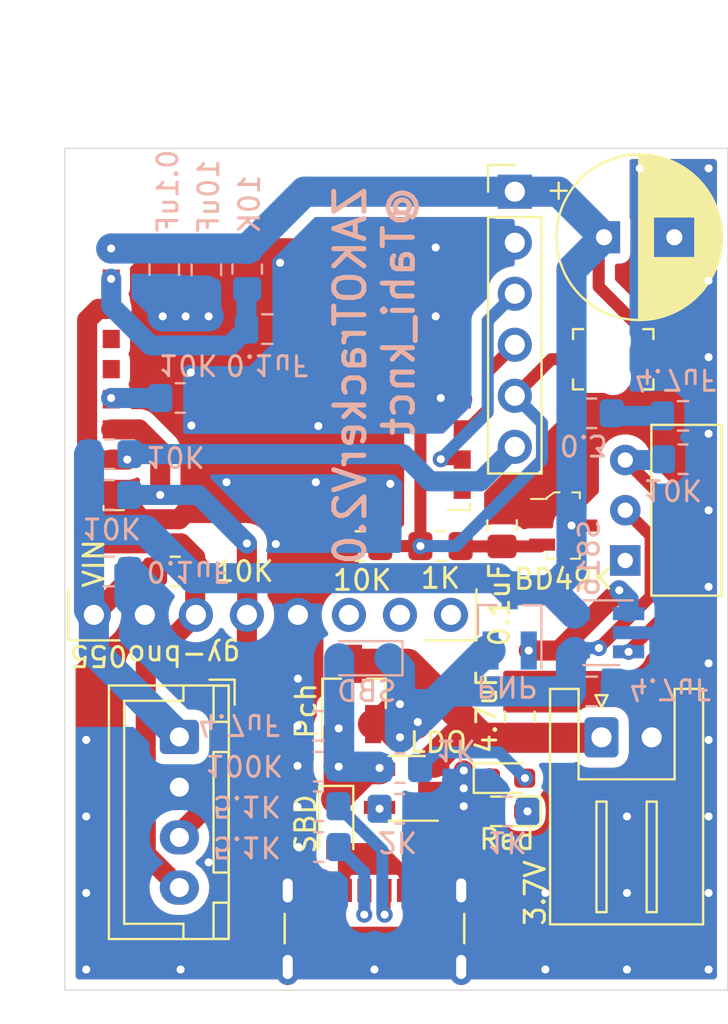
<source format=kicad_pcb>
(kicad_pcb (version 20171130) (host pcbnew "(5.1.10)-1")
  (layers (0 F.Cu signal) (31 B.Cu signal) (34 B.Paste user) (35 F.Paste user) (36 B.SilkS user) (37 F.SilkS user) (38 B.Mask user) (39 F.Mask user) (44 Edge.Cuts user))
  (net 0 "")
  (net 1 GND)
  (net 2 3V3)
  (net 3 5V)
  (net 4 3.7V_Power)
  (net 5 "Net-(D4-Pad2)")
  (net 6 SDA)
  (net 7 SCL)
  (net 8 RX)
  (net 9 TX)
  (net 10 "Net-(J3-PadA5)")
  (net 11 "Net-(J3-PadB5)")
  (net 12 EN)
  (net 13 IO0)
  (net 14 "Net-(D2-Pad2)")
  (net 15 "Net-(D4-Pad1)")
  (net 16 "Net-(D5-Pad2)")
  (net 17 "Net-(R8-Pad1)")
  (net 18 VD)
  (net 19 "Net-(C10-Pad1)")
  (net 20 "Net-(R14-Pad1)")
  (net 21 "Net-(C9-Pad2)")
  (net 22 "Net-(R2-Pad1)")
  (net 23 "Net-(Q1-Pad1)")
  (net 24 "Net-(C5-Pad2)")
  (module Resistor_SMD:R_0805_2012Metric_Pad1.20x1.40mm_HandSolder (layer F.Cu) (at 73.9 74.3 180)
    (fp_text reference R15)
    (fp_text value 1K)
    (pad 2 smd roundrect (at 1 0 180) (size 1.2 1.4) (layers F.Cu F.Paste F.Mask) (roundrect_rratio 0.208333) (net 12 EN))
    (pad 1 smd roundrect (at -1 0 180) (size 1.2 1.4) (layers F.Cu F.Paste F.Mask) (roundrect_rratio 0.208333) (net 24 "Net-(C5-Pad2)"))
  )
  (module Package_TO_SOT_SMD:SOT-23_Handsoldering (layer B.Cu) (at 77.343 78 90)
    (fp_text reference Q1)
    (fp_text value 2SA1298)
    (pad 3 smd rect (at 1.5 0 90) (size 1.9 0.8) (layers B.Cu B.Paste B.Mask) (net 2 3V3))
    (pad 2 smd rect (at -1.5 -0.95 90) (size 1.9 0.8) (layers B.Cu B.Paste B.Mask) (net 18 VD))
    (pad 1 smd rect (at -1.5 0.95 90) (size 1.9 0.8) (layers B.Cu B.Paste B.Mask) (net 23 "Net-(Q1-Pad1)"))
  )
  (module MyFootprint:ESP-WROOM-02 (layer F.Cu) (at 66.2435 65.4935)
    (fp_text reference U5)
    (fp_text value ESP-WROOM-02)
    (pad 19 smd rect (at 1.12 0.58) (size 4.3 4.3) (layers F.Cu F.Paste F.Mask) (net 1 GND))
    (pad 1 smd rect (at -8.7375 -6) (size 0.85 0.9125) (layers F.Cu F.Paste F.Mask) (net 2 3V3))
    (pad 2 smd rect (at -8.7375 -4.5) (size 0.85 0.9125) (layers F.Cu F.Paste F.Mask) (net 19 "Net-(C10-Pad1)"))
    (pad 3 smd rect (at -8.7375 -3) (size 0.85 0.9125) (layers F.Cu F.Paste F.Mask) (net 7 SCL))
    (pad 4 smd rect (at -8.7375 -1.5) (size 0.85 0.9125) (layers F.Cu F.Paste F.Mask))
    (pad 5 smd rect (at -8.7375 0) (size 0.85 0.9125) (layers F.Cu F.Paste F.Mask))
    (pad 6 smd rect (at -8.7375 1.5) (size 0.85 0.9125) (layers F.Cu F.Paste F.Mask) (net 20 "Net-(R14-Pad1)"))
    (pad 7 smd rect (at -8.7375 3) (size 0.85 0.9125) (layers F.Cu F.Paste F.Mask) (net 6 SDA))
    (pad 8 smd rect (at -8.7375 4.5) (size 0.85 0.9125) (layers F.Cu F.Paste F.Mask) (net 13 IO0))
    (pad 9 smd rect (at -8.7375 6) (size 0.85 0.9125) (layers F.Cu F.Paste F.Mask) (net 1 GND))
    (pad 10 smd rect (at 8.7375 6) (size 0.85 0.9125) (layers F.Cu F.Paste F.Mask))
    (pad 11 smd rect (at 8.7375 4.5) (size 0.85 0.9125) (layers F.Cu F.Paste F.Mask) (net 8 RX))
    (pad 12 smd rect (at 8.7375 3) (size 0.85 0.9125) (layers F.Cu F.Paste F.Mask) (net 9 TX))
    (pad 13 smd rect (at 8.7375 1.5) (size 0.85 0.9125) (layers F.Cu F.Paste F.Mask) (net 1 GND))
    (pad 14 smd rect (at 8.7375 0) (size 0.85 0.9125) (layers F.Cu F.Paste F.Mask))
    (pad 15 smd rect (at 8.7375 -1.5) (size 0.85 0.9125) (layers F.Cu F.Paste F.Mask) (net 12 EN))
    (pad 16 smd rect (at 8.7375 -3) (size 0.85 0.9125) (layers F.Cu F.Paste F.Mask))
    (pad 17 smd rect (at 8.7375 -4.5) (size 0.85 0.9125) (layers F.Cu F.Paste F.Mask))
    (pad 18 smd rect (at 8.7375 -6) (size 0.85 0.9125) (layers F.Cu F.Paste F.Mask) (net 1 GND))
  )
  (module Package_TO_SOT_SMD:SOT-23_Handsoldering (layer F.Cu) (at 69.596 81.661 90)
    (fp_text reference Q2)
    (fp_text value IRLML6402TRPBF)
    (pad 3 smd rect (at 1.5 0 90) (size 1.9 0.8) (layers F.Cu F.Paste F.Mask) (net 4 3.7V_Power))
    (pad 2 smd rect (at -1.5 0.95 90) (size 1.9 0.8) (layers F.Cu F.Paste F.Mask) (net 18 VD))
    (pad 1 smd rect (at -1.5 -0.95 90) (size 1.9 0.8) (layers F.Cu F.Paste F.Mask) (net 3 5V))
  )
  (module Resistor_SMD:R_0805_2012Metric_Pad1.20x1.40mm_HandSolder (layer B.Cu) (at 81.423 67.691 180)
    (fp_text reference R6)
    (fp_text value 0.3)
    (pad 2 smd roundrect (at 1 0 180) (size 1.2 1.4) (layers B.Cu B.Paste B.Mask) (roundrect_rratio 0.208333) (net 2 3V3))
    (pad 1 smd roundrect (at -1 0 180) (size 1.2 1.4) (layers B.Cu B.Paste B.Mask) (roundrect_rratio 0.208333) (net 21 "Net-(C9-Pad2)"))
  )
  (module Resistor_SMD:R_0805_2012Metric_Pad1.20x1.40mm_HandSolder (layer B.Cu) (at 85.979 69.977)
    (fp_text reference R2)
    (fp_text value 10K)
    (pad 2 smd roundrect (at 1 0) (size 1.2 1.4) (layers B.Cu B.Paste B.Mask) (roundrect_rratio 0.208333) (net 1 GND))
    (pad 1 smd roundrect (at -1 0) (size 1.2 1.4) (layers B.Cu B.Paste B.Mask) (roundrect_rratio 0.208333) (net 22 "Net-(R2-Pad1)"))
  )
  (module UJC-HP-3-SMT-TR:CUI_UJC-HP-3-SMT-TR (layer F.Cu) (at 70.612 91.44)
    (fp_text reference J3)
    (fp_text value UJC-HP-3-SMT-TR)
    (pad S4 thru_hole oval (at 4.318 3.81) (size 1.1 1.8) (drill oval 0.5 1.2) (layers *.Cu *.Mask) (net 1 GND))
    (pad S2 thru_hole oval (at 4.318 0) (size 1.1 1.8) (drill oval 0.5 1.2) (layers *.Cu *.Mask) (net 1 GND))
    (pad S3 thru_hole oval (at -4.318 3.81) (size 1.1 1.8) (drill oval 0.5 1.2) (layers *.Cu *.Mask) (net 1 GND))
    (pad S1 thru_hole oval (at -4.318 0) (size 1.1 1.8) (drill oval 0.5 1.2) (layers *.Cu *.Mask) (net 1 GND))
    (pad B5 smd rect (at 0.5 0) (size 0.7 1.15) (layers F.Cu F.Paste F.Mask) (net 11 "Net-(J3-PadB5)"))
    (pad A5 smd rect (at -0.5 0) (size 0.7 1.15) (layers F.Cu F.Paste F.Mask) (net 10 "Net-(J3-PadA5)"))
    (pad B9 smd rect (at -1.52 0) (size 0.8 1.15) (layers F.Cu F.Paste F.Mask) (net 14 "Net-(D2-Pad2)"))
    (pad A9 smd rect (at 1.52 0) (size 0.8 1.15) (layers F.Cu F.Paste F.Mask) (net 14 "Net-(D2-Pad2)"))
    (pad B12 smd rect (at -2.75 0) (size 0.9 1.15) (layers F.Cu F.Paste F.Mask) (net 1 GND))
    (pad A12 smd rect (at 2.75 0) (size 0.9 1.15) (layers F.Cu F.Paste F.Mask) (net 1 GND))
  )
  (module Resistor_SMD:R_0805_2012Metric_Pad1.20x1.40mm_HandSolder (layer B.Cu) (at 57.42 69.723)
    (fp_text reference R1)
    (fp_text value 10K)
    (pad 2 smd roundrect (at 1 0) (size 1.2 1.4) (layers B.Cu B.Paste B.Mask) (roundrect_rratio 0.208333) (net 13 IO0))
    (pad 1 smd roundrect (at -1 0) (size 1.2 1.4) (layers B.Cu B.Paste B.Mask) (roundrect_rratio 0.208333) (net 2 3V3))
  )
  (module Package_TO_SOT_SMD:SOT-23-5_HandSoldering (layer B.Cu) (at 81.915 78.613 180)
    (fp_text reference U4)
    (fp_text value S-816)
    (pad 5 smd rect (at 1.35 0.95 180) (size 1.56 0.65) (layers B.Cu B.Paste B.Mask) (net 2 3V3))
    (pad 4 smd rect (at 1.35 -0.95 180) (size 1.56 0.65) (layers B.Cu B.Paste B.Mask) (net 18 VD))
    (pad 3 smd rect (at -1.35 -0.95 180) (size 1.56 0.65) (layers B.Cu B.Paste B.Mask) (net 22 "Net-(R2-Pad1)"))
    (pad 2 smd rect (at -1.35 0 180) (size 1.56 0.65) (layers B.Cu B.Paste B.Mask) (net 1 GND))
    (pad 1 smd rect (at -1.35 0.95 180) (size 1.56 0.65) (layers B.Cu B.Paste B.Mask) (net 23 "Net-(Q1-Pad1)"))
  )
  (module Capacitor_SMD:C_0805_2012Metric_Pad1.18x1.45mm_HandSolder (layer B.Cu) (at 60.1475 60.5405 90)
    (fp_text reference C4)
    (fp_text value 0.1uF)
    (pad 2 smd roundrect (at 1.0375 0 90) (size 1.175 1.45) (layers B.Cu B.Paste B.Mask) (roundrect_rratio 0.212766) (net 2 3V3))
    (pad 1 smd roundrect (at -1.0375 0 90) (size 1.175 1.45) (layers B.Cu B.Paste B.Mask) (roundrect_rratio 0.212766) (net 1 GND))
  )
  (module Capacitor_SMD:C_0805_2012Metric_Pad1.18x1.45mm_HandSolder (layer B.Cu) (at 62.243 60.5493 90)
    (fp_text reference C3)
    (fp_text value 10uF)
    (pad 2 smd roundrect (at 1.0375 0 90) (size 1.175 1.45) (layers B.Cu B.Paste B.Mask) (roundrect_rratio 0.212766) (net 2 3V3))
    (pad 1 smd roundrect (at -1.0375 0 90) (size 1.175 1.45) (layers B.Cu B.Paste B.Mask) (roundrect_rratio 0.212766) (net 1 GND))
  )
  (module Resistor_SMD:R_0805_2012Metric_Pad1.20x1.40mm_HandSolder (layer B.Cu) (at 60.944 66.929)
    (fp_text reference R14)
    (fp_text value 10K)
    (pad 2 smd roundrect (at 1 0) (size 1.2 1.4) (layers B.Cu B.Paste B.Mask) (roundrect_rratio 0.208333) (net 1 GND))
    (pad 1 smd roundrect (at -1 0) (size 1.2 1.4) (layers B.Cu B.Paste B.Mask) (roundrect_rratio 0.208333) (net 20 "Net-(R14-Pad1)"))
  )
  (module Resistor_SMD:R_0805_2012Metric_Pad1.20x1.40mm_HandSolder (layer B.Cu) (at 64.275 60.5118 270)
    (fp_text reference R13)
    (fp_text value 10K)
    (pad 1 smd roundrect (at -1 0 270) (size 1.2 1.4) (layers B.Cu B.Paste B.Mask) (roundrect_rratio 0.208333) (net 2 3V3))
    (pad 2 smd roundrect (at 1 0 270) (size 1.2 1.4) (layers B.Cu B.Paste B.Mask) (roundrect_rratio 0.208333) (net 19 "Net-(C10-Pad1)"))
  )
  (module Capacitor_SMD:C_0805_2012Metric_Pad1.18x1.45mm_HandSolder (layer B.Cu) (at 65.278 63.5)
    (fp_text reference C10)
    (fp_text value 0.1uF)
    (pad 1 smd roundrect (at -1.0375 0) (size 1.175 1.45) (layers B.Cu B.Paste B.Mask) (roundrect_rratio 0.212766) (net 19 "Net-(C10-Pad1)"))
    (pad 2 smd roundrect (at 1.0375 0) (size 1.175 1.45) (layers B.Cu B.Paste B.Mask) (roundrect_rratio 0.212766) (net 1 GND))
  )
  (module MyFootprint:gy-bno055-s (layer F.Cu) (at 75.692 78.994 90)
    (fp_text reference U1)
    (fp_text value gy-bno055 (at -0.762 -16.002 180 unlocked) (layer F.SilkS))
    (fp_text user VIN (at 2.54 -19.05 90) (layer F.SilkS) (effects (justify left)))
    (pad 8 thru_hole circle (at 1.27 -1.27 90) (size 1.7 1.7) (drill 1) (layers *.Cu *.Mask))
    (pad 7 thru_hole circle (at 1.27 -3.81 90) (size 1.7 1.7) (drill 1) (layers *.Cu *.Mask))
    (pad 6 thru_hole circle (at 1.27 -6.35 90) (size 1.7 1.7) (drill 1) (layers *.Cu *.Mask))
    (pad 5 thru_hole circle (at 1.27 -8.89 90) (size 1.7 1.7) (drill 1) (layers *.Cu *.Mask) (net 1 GND))
    (pad 4 thru_hole circle (at 1.27 -11.43 90) (size 1.7 1.7) (drill 1) (layers *.Cu *.Mask) (net 6 SDA))
    (pad 3 thru_hole circle (at 1.27 -13.97 90) (size 1.7 1.7) (drill 1) (layers *.Cu *.Mask) (net 7 SCL))
    (pad 2 thru_hole circle (at 1.27 -16.51 90) (size 1.7 1.7) (drill 1) (layers *.Cu *.Mask) (net 1 GND))
    (pad 1 thru_hole circle (at 1.27 -19.05 90) (size 1.7 1.7) (drill 1) (layers *.Cu *.Mask) (net 2 3V3))
  )
  (module digikey-footprints:SOT-23-3 (layer F.Cu) (at 80.01 73.279)
    (fp_text reference U2)
    (fp_text value BD49K30G-TL)
    (pad 1 smd rect (at -1.05 -0.95) (size 1.3 0.6) (layers F.Cu F.Paste F.Mask) (net 1 GND))
    (pad 2 smd rect (at -1.05 0.95) (size 1.3 0.6) (layers F.Cu F.Paste F.Mask) (net 24 "Net-(C5-Pad2)"))
    (pad 3 smd rect (at 1.05 0) (size 1.3 0.6) (layers F.Cu F.Paste F.Mask) (net 2 3V3))
  )
  (module MyFootprint:SS-12D01G3 (layer F.Cu) (at 80.899 72.517 90)
    (fp_text reference S3)
    (fp_text value Slide_SW)
    (pad 3 thru_hole circle (at 2.5 2.2 270) (size 1.524 1.524) (drill 0.762) (layers *.Cu *.Mask) (net 22 "Net-(R2-Pad1)"))
    (pad 1 thru_hole rect (at -2.5 2.2 270) (size 1.524 1.524) (drill 0.762) (layers *.Cu *.Mask))
    (pad 2 thru_hole circle (at 0 2.2 270) (size 1.524 1.524) (drill 0.762) (layers *.Cu *.Mask) (net 18 VD))
  )
  (module MyFootprint:TVAF06-A020B-R (layer F.Cu) (at 82.5 68 180)
    (fp_text reference S2)
    (fp_text value TVAF06-A020B-R)
    (pad 1 smd rect (at -2.2 3 180) (size 1.05 1.6) (layers F.Cu F.Paste F.Mask) (net 2 3V3))
    (pad 2 smd rect (at 2.2 3 180) (size 1.05 1.6) (layers F.Cu F.Paste F.Mask) (net 12 EN))
    (pad "" np_thru_hole circle (at 0 3.9 180) (size 0.75 0.75) (drill 0.75) (layers *.Cu *.Mask))
    (pad "" np_thru_hole circle (at 0 2.1 180) (size 0.75 0.75) (drill 0.75) (layers *.Cu *.Mask))
  )
  (module Capacitor_SMD:C_0805_2012Metric_Pad1.18x1.45mm_HandSolder (layer B.Cu) (at 57.3825 75.565 180)
    (fp_text reference C1)
    (fp_text value 0.1uF)
    (pad 1 smd roundrect (at -1.0375 0 180) (size 1.175 1.45) (layers B.Cu B.Paste B.Mask) (roundrect_rratio 0.212766) (net 1 GND))
    (pad 2 smd roundrect (at 1.0375 0 180) (size 1.175 1.45) (layers B.Cu B.Paste B.Mask) (roundrect_rratio 0.212766) (net 2 3V3))
  )
  (module Capacitor_THT:CP_Radial_D8.0mm_P3.50mm (layer F.Cu) (at 82.042 58.928)
    (fp_text reference C2)
    (fp_text value 1000uF)
    (pad 1 thru_hole rect (at 0 0) (size 1.6 1.6) (drill 0.8) (layers *.Cu *.Mask) (net 2 3V3))
    (pad 2 thru_hole circle (at 3.5 0) (size 1.6 1.6) (drill 0.8) (layers *.Cu *.Mask) (net 1 GND))
  )
  (module Capacitor_SMD:C_0805_2012Metric_Pad1.18x1.45mm_HandSolder (layer F.Cu) (at 76.962 73.279 270)
    (fp_text reference C5)
    (fp_text value 0.1uF)
    (pad 1 smd roundrect (at -1.0375 0 270) (size 1.175 1.45) (layers F.Cu F.Paste F.Mask) (roundrect_rratio 0.212766) (net 1 GND))
    (pad 2 smd roundrect (at 1.0375 0 270) (size 1.175 1.45) (layers F.Cu F.Paste F.Mask) (roundrect_rratio 0.212766) (net 24 "Net-(C5-Pad2)"))
  )
  (module Capacitor_SMD:C_0805_2012Metric_Pad1.18x1.45mm_HandSolder (layer B.Cu) (at 67.818 83.2485)
    (fp_text reference C6)
    (fp_text value 4.7uF)
    (pad 2 smd roundrect (at 1.0375 0) (size 1.175 1.45) (layers B.Cu B.Paste B.Mask) (roundrect_rratio 0.212766) (net 3 5V))
    (pad 1 smd roundrect (at -1.0375 0) (size 1.175 1.45) (layers B.Cu B.Paste B.Mask) (roundrect_rratio 0.212766) (net 1 GND))
  )
  (module Capacitor_SMD:C_0805_2012Metric_Pad1.18x1.45mm_HandSolder (layer F.Cu) (at 77.851 82.804 90)
    (fp_text reference C7)
    (fp_text value 4.7uF)
    (pad 2 smd roundrect (at 1.0375 0 90) (size 1.175 1.45) (layers F.Cu F.Paste F.Mask) (roundrect_rratio 0.212766) (net 1 GND))
    (pad 1 smd roundrect (at -1.0375 0 90) (size 1.175 1.45) (layers F.Cu F.Paste F.Mask) (roundrect_rratio 0.212766) (net 4 3.7V_Power))
  )
  (module Capacitor_SMD:C_0805_2012Metric_Pad1.18x1.45mm_HandSolder (layer B.Cu) (at 81.4285 81.534)
    (fp_text reference C8)
    (fp_text value 4.7uF)
    (pad 2 smd roundrect (at 1.0375 0) (size 1.175 1.45) (layers B.Cu B.Paste B.Mask) (roundrect_rratio 0.212766) (net 1 GND))
    (pad 1 smd roundrect (at -1.0375 0) (size 1.175 1.45) (layers B.Cu B.Paste B.Mask) (roundrect_rratio 0.212766) (net 18 VD))
  )
  (module Capacitor_SMD:C_0805_2012Metric_Pad1.18x1.45mm_HandSolder (layer B.Cu) (at 85.979 67.818 180)
    (fp_text reference C9)
    (fp_text value 4.7uF)
    (pad 1 smd roundrect (at -1.0375 0 180) (size 1.175 1.45) (layers B.Cu B.Paste B.Mask) (roundrect_rratio 0.212766) (net 1 GND))
    (pad 2 smd roundrect (at 1.0375 0 180) (size 1.175 1.45) (layers B.Cu B.Paste B.Mask) (roundrect_rratio 0.212766) (net 21 "Net-(C9-Pad2)"))
  )
  (module Diode_SMD:D_SOD-323_HandSoldering (layer F.Cu) (at 68.707 88.138 270)
    (fp_text reference D2)
    (fp_text value D_Schottky)
    (pad 2 smd rect (at 1.25 0 270) (size 1 1) (layers F.Cu F.Paste F.Mask) (net 14 "Net-(D2-Pad2)"))
    (pad 1 smd rect (at -1.25 0 270) (size 1 1) (layers F.Cu F.Paste F.Mask) (net 3 5V))
  )
  (module Diode_SMD:D_SOD-323_HandSoldering (layer B.Cu) (at 70.104 79.883 180)
    (fp_text reference D3)
    (fp_text value D_Schottky)
    (pad 1 smd rect (at -1.25 0 180) (size 1 1) (layers B.Cu B.Paste B.Mask) (net 18 VD))
    (pad 2 smd rect (at 1.25 0 180) (size 1 1) (layers B.Cu B.Paste B.Mask) (net 3 5V))
  )
  (module Diode_SMD:D_0603_1608Metric_Pad1.05x0.95mm_HandSolder (layer F.Cu) (at 77.216 87.503 180)
    (fp_text reference D4)
    (fp_text value LED)
    (pad 1 smd roundrect (at -0.875 0 180) (size 1.05 0.95) (layers F.Cu F.Paste F.Mask) (net 15 "Net-(D4-Pad1)"))
    (pad 2 smd roundrect (at 0.875 0 180) (size 1.05 0.95) (layers F.Cu F.Paste F.Mask) (net 5 "Net-(D4-Pad2)"))
  )
  (module Diode_SMD:D_0603_1608Metric_Pad1.05x0.95mm_HandSolder (layer F.Cu) (at 77.216 85.852)
    (fp_text reference D5)
    (fp_text value LED)
    (pad 2 smd roundrect (at 0.875 0) (size 1.05 0.95) (layers F.Cu F.Paste F.Mask) (net 16 "Net-(D5-Pad2)"))
    (pad 1 smd roundrect (at -0.875 0) (size 1.05 0.95) (layers F.Cu F.Paste F.Mask) (net 5 "Net-(D4-Pad2)"))
  )
  (module Connector_JST:JST_XH_B4B-XH-A_1x04_P2.50mm_Vertical (layer F.Cu) (at 60.9 83.8 270)
    (fp_text reference J1)
    (fp_text value I2CExpansionPort)
    (pad 1 thru_hole roundrect (at 0 0 270) (size 1.7 1.95) (drill 0.95) (layers *.Cu *.Mask) (roundrect_rratio 0.147059) (net 2 3V3))
    (pad 2 thru_hole oval (at 2.5 0 270) (size 1.7 1.95) (drill 0.95) (layers *.Cu *.Mask) (net 1 GND))
    (pad 3 thru_hole oval (at 5 0 270) (size 1.7 1.95) (drill 0.95) (layers *.Cu *.Mask) (net 6 SDA))
    (pad 4 thru_hole oval (at 7.5 0 270) (size 1.7 1.95) (drill 0.95) (layers *.Cu *.Mask) (net 7 SCL))
  )
  (module Connector_PinHeader_2.54mm:PinHeader_1x06_P2.54mm_Vertical (layer F.Cu) (at 77.6 56.66)
    (fp_text reference J2)
    (fp_text value WriterPort)
    (pad 1 thru_hole rect (at 0 0) (size 1.7 1.7) (drill 1) (layers *.Cu *.Mask) (net 2 3V3))
    (pad 2 thru_hole oval (at 0 2.54) (size 1.7 1.7) (drill 1) (layers *.Cu *.Mask) (net 1 GND))
    (pad 3 thru_hole oval (at 0 5.08) (size 1.7 1.7) (drill 1) (layers *.Cu *.Mask) (net 8 RX))
    (pad 4 thru_hole oval (at 0 7.62) (size 1.7 1.7) (drill 1) (layers *.Cu *.Mask) (net 9 TX))
    (pad 5 thru_hole oval (at 0 10.16) (size 1.7 1.7) (drill 1) (layers *.Cu *.Mask) (net 12 EN))
    (pad 6 thru_hole oval (at 0 12.7) (size 1.7 1.7) (drill 1) (layers *.Cu *.Mask) (net 13 IO0))
  )
  (module Connector_JST:JST_XH_S2B-XH-A_1x02_P2.50mm_Horizontal (layer F.Cu) (at 81.915 83.82)
    (fp_text reference J4)
    (fp_text value Conn_01x02)
    (pad 1 thru_hole roundrect (at 0 0) (size 1.7 2) (drill 1) (layers *.Cu *.Mask) (roundrect_rratio 0.147059) (net 4 3.7V_Power))
    (pad 2 thru_hole oval (at 2.5 0) (size 1.7 2) (drill 1) (layers *.Cu *.Mask) (net 1 GND))
  )
  (module Resistor_SMD:R_0805_2012Metric_Pad1.20x1.40mm_HandSolder (layer B.Cu) (at 57.404 71.755)
    (fp_text reference R4)
    (fp_text value 10K)
    (pad 1 smd roundrect (at -1 0) (size 1.2 1.4) (layers B.Cu B.Paste B.Mask) (roundrect_rratio 0.208333) (net 2 3V3))
    (pad 2 smd roundrect (at 1 0) (size 1.2 1.4) (layers B.Cu B.Paste B.Mask) (roundrect_rratio 0.208333) (net 6 SDA))
  )
  (module Resistor_SMD:R_0805_2012Metric_Pad1.20x1.40mm_HandSolder (layer F.Cu) (at 60.69 75.565 180)
    (fp_text reference R5)
    (fp_text value 10K)
    (pad 2 smd roundrect (at 1 0 180) (size 1.2 1.4) (layers F.Cu F.Paste F.Mask) (roundrect_rratio 0.208333) (net 2 3V3))
    (pad 1 smd roundrect (at -1 0 180) (size 1.2 1.4) (layers F.Cu F.Paste F.Mask) (roundrect_rratio 0.208333) (net 7 SCL))
  )
  (module Resistor_SMD:R_0805_2012Metric_Pad1.20x1.40mm_HandSolder (layer F.Cu) (at 69.9 74.3 180)
    (fp_text reference R3)
    (fp_text value 10K)
    (pad 2 smd roundrect (at 1 0 180) (size 1.2 1.4) (layers F.Cu F.Paste F.Mask) (roundrect_rratio 0.208333) (net 1 GND))
    (pad 1 smd roundrect (at -1 0 180) (size 1.2 1.4) (layers F.Cu F.Paste F.Mask) (roundrect_rratio 0.208333) (net 12 EN))
  )
  (module Resistor_SMD:R_0805_2012Metric_Pad1.20x1.40mm_HandSolder (layer B.Cu) (at 67.834 89.281 180)
    (fp_text reference R7)
    (fp_text value 5.1K)
    (pad 2 smd roundrect (at 1 0 180) (size 1.2 1.4) (layers B.Cu B.Paste B.Mask) (roundrect_rratio 0.208333) (net 1 GND))
    (pad 1 smd roundrect (at -1 0 180) (size 1.2 1.4) (layers B.Cu B.Paste B.Mask) (roundrect_rratio 0.208333) (net 10 "Net-(J3-PadA5)"))
  )
  (module Resistor_SMD:R_0805_2012Metric_Pad1.20x1.40mm_HandSolder (layer B.Cu) (at 71.866 87.376)
    (fp_text reference R8)
    (fp_text value 2K)
    (pad 2 smd roundrect (at 1 0) (size 1.2 1.4) (layers B.Cu B.Paste B.Mask) (roundrect_rratio 0.208333) (net 1 GND))
    (pad 1 smd roundrect (at -1 0) (size 1.2 1.4) (layers B.Cu B.Paste B.Mask) (roundrect_rratio 0.208333) (net 17 "Net-(R8-Pad1)"))
  )
  (module Resistor_SMD:R_0805_2012Metric_Pad1.20x1.40mm_HandSolder (layer B.Cu) (at 67.818 87.249 180)
    (fp_text reference R9)
    (fp_text value 5.1K)
    (pad 1 smd roundrect (at -1 0 180) (size 1.2 1.4) (layers B.Cu B.Paste B.Mask) (roundrect_rratio 0.208333) (net 11 "Net-(J3-PadB5)"))
    (pad 2 smd roundrect (at 1 0 180) (size 1.2 1.4) (layers B.Cu B.Paste B.Mask) (roundrect_rratio 0.208333) (net 1 GND))
  )
  (module Resistor_SMD:R_0805_2012Metric_Pad1.20x1.40mm_HandSolder (layer B.Cu) (at 67.818 85.2805 180)
    (fp_text reference R10)
    (fp_text value 100K)
    (pad 1 smd roundrect (at -1 0 180) (size 1.2 1.4) (layers B.Cu B.Paste B.Mask) (roundrect_rratio 0.208333) (net 3 5V))
    (pad 2 smd roundrect (at 1 0 180) (size 1.2 1.4) (layers B.Cu B.Paste B.Mask) (roundrect_rratio 0.208333) (net 1 GND))
  )
  (module Resistor_SMD:R_0805_2012Metric_Pad1.20x1.40mm_HandSolder (layer B.Cu) (at 77.232 87.503)
    (fp_text reference R11)
    (fp_text value 1K)
    (pad 1 smd roundrect (at -1 0) (size 1.2 1.4) (layers B.Cu B.Paste B.Mask) (roundrect_rratio 0.208333) (net 1 GND))
    (pad 2 smd roundrect (at 1 0) (size 1.2 1.4) (layers B.Cu B.Paste B.Mask) (roundrect_rratio 0.208333) (net 15 "Net-(D4-Pad1)"))
  )
  (module Resistor_SMD:R_0805_2012Metric_Pad1.20x1.40mm_HandSolder (layer B.Cu) (at 71.882 85.348)
    (fp_text reference R12)
    (fp_text value 1K)
    (pad 2 smd roundrect (at 1 0) (size 1.2 1.4) (layers B.Cu B.Paste B.Mask) (roundrect_rratio 0.208333) (net 16 "Net-(D5-Pad2)"))
    (pad 1 smd roundrect (at -1 0) (size 1.2 1.4) (layers B.Cu B.Paste B.Mask) (roundrect_rratio 0.208333) (net 3 5V))
  )
  (module Package_TO_SOT_SMD:SOT-23-5_HandSoldering (layer F.Cu) (at 72.216 86.36 180)
    (fp_text reference U3)
    (fp_text value MCP73831T-2ATI_OT)
    (pad 1 smd rect (at -1.35 -0.95 180) (size 1.56 0.65) (layers F.Cu F.Paste F.Mask) (net 5 "Net-(D4-Pad2)"))
    (pad 2 smd rect (at -1.35 0 180) (size 1.56 0.65) (layers F.Cu F.Paste F.Mask) (net 1 GND))
    (pad 3 smd rect (at -1.35 0.95 180) (size 1.56 0.65) (layers F.Cu F.Paste F.Mask) (net 4 3.7V_Power))
    (pad 4 smd rect (at 1.35 0.95 180) (size 1.56 0.65) (layers F.Cu F.Paste F.Mask) (net 3 5V))
    (pad 5 smd rect (at 1.35 -0.95 180) (size 1.56 0.65) (layers F.Cu F.Paste F.Mask) (net 17 "Net-(R8-Pad1)"))
  )
  (gr_text "1K\n" (at 73.9 75.9) (layer F.SilkS) (effects (font (size 1 1))))
  (gr_line (start 55.2 96.4) (end 57.2 96.4) (layer Edge.Cuts) (width 0.05))
  (gr_line (start 55.2 94.4) (end 55.2 96.4) (layer Edge.Cuts) (width 0.05))
  (gr_line (start 88.2 96.4) (end 88.2 94.4) (layer Edge.Cuts) (width 0.05))
  (gr_line (start 86.2 96.4) (end 88.2 96.4) (layer Edge.Cuts) (width 0.05))
  (gr_line (start 55.2 54.5) (end 57.2 54.5) (layer Edge.Cuts) (width 0.05))
  (gr_line (start 55.2 56.5) (end 55.2 54.5) (layer Edge.Cuts) (width 0.05))
  (gr_line (start 88.2 54.5) (end 86.2 54.5) (layer Edge.Cuts) (width 0.05))
  (gr_line (start 88.2 56.5) (end 88.2 54.5) (layer Edge.Cuts) (width 0.05))
  (gr_text SBD (at 70.231 81.534) (layer B.SilkS) (effects (font (size 1 1)) (justify mirror)))
  (gr_text SBD (at 67.183 88.138 90) (layer F.SilkS) (effects (font (size 1 1))))
  (gr_text "Red\n" (at 77.216 88.9) (layer F.SilkS) (effects (font (size 1 1))))
  (gr_text S816 (at 81.3 74.9 90) (layer B.SilkS) (effects (font (size 1 1)) (justify mirror)))
  (gr_text BD49K (at 80.01 75.946) (layer F.SilkS) (effects (font (size 1 1))))
  (gr_text PNP (at 77.216 81.28 180) (layer B.SilkS) (effects (font (size 1 1)) (justify mirror)))
  (gr_text 10K (at 64.135 75.565) (layer F.SilkS) (effects (font (size 1 1))))
  (gr_text LDO (at 73.787 84.074) (layer F.SilkS) (effects (font (size 1 1))))
  (gr_text Pch (at 67.2 82.5 90) (layer F.SilkS) (effects (font (size 1 1))))
  (gr_text 2K (at 71.755 89.027 180) (layer B.SilkS) (effects (font (size 1 1)) (justify mirror)))
  (gr_text 4.7uF (at 76.2 82.55 90) (layer F.SilkS) (effects (font (size 1 1))))
  (gr_text 0.1uF (at 76.835 77.216 90) (layer F.SilkS) (effects (font (size 1 1))))
  (gr_text 10K (at 70 76) (layer F.SilkS) (effects (font (size 1 1))))
  (gr_text 1K (at 77.216 89.027 180) (layer B.SilkS) (effects (font (size 1 1)) (justify mirror)))
  (gr_text "1K\n" (at 74.676 84.455 180) (layer B.SilkS) (effects (font (size 1 1)) (justify mirror)))
  (gr_text 5.1K (at 64.262 89.281 180) (layer B.SilkS) (effects (font (size 1 1)) (justify mirror)))
  (gr_text 5.1K (at 64.262 87.249 180) (layer B.SilkS) (effects (font (size 1 1)) (justify mirror)))
  (gr_text 100K (at 64.135 85.217 180) (layer B.SilkS) (effects (font (size 1 1)) (justify mirror)))
  (gr_text "4.7uF\n" (at 63.881 83.185 180) (layer B.SilkS) (effects (font (size 1 1)) (justify mirror)))
  (gr_text 4.7uF (at 85.344 81.407 180) (layer B.SilkS) (effects (font (size 1 1)) (justify mirror)))
  (gr_text 10K (at 85.471 71.501 180) (layer B.SilkS) (effects (font (size 1 1)) (justify mirror)))
  (gr_text 4.7uF (at 85.6 66 180) (layer B.SilkS) (effects (font (size 1 1)) (justify mirror)))
  (gr_text 0.3 (at 81.026 69.2785 180) (layer B.SilkS) (effects (font (size 1 1)) (justify mirror)))
  (gr_text "0.1uF\n" (at 61.341 75.565 180) (layer B.SilkS) (effects (font (size 1 1)) (justify mirror)))
  (gr_text 10K (at 57.531 73.406 180) (layer B.SilkS) (effects (font (size 1 1)) (justify mirror)))
  (gr_text "10K\n" (at 60.706 69.85 180) (layer B.SilkS) (effects (font (size 1 1)) (justify mirror)))
  (gr_text 10K (at 61.341 65.278 180) (layer B.SilkS) (effects (font (size 1 1)) (justify mirror)))
  (gr_text 0.1uF (at 65.278 65.278 180) (layer B.SilkS) (effects (font (size 1 1)) (justify mirror)))
  (gr_text 10K (at 64.389 57.277 90) (layer B.SilkS) (effects (font (size 1 1)) (justify mirror)))
  (gr_text 10uF (at 62.357 56.896 90) (layer B.SilkS) (effects (font (size 1 1)) (justify mirror)))
  (gr_text 0.1uF (at 60.325 56.642 90) (layer B.SilkS) (effects (font (size 1 1)) (justify mirror)))
  (gr_text "ZAKOTrackerV2.0\n@Tahi_knct" (at 70.612 56.261 90) (layer B.SilkS) (effects (font (size 1.5 1.5) (thickness 0.25)) (justify left mirror)))
  (gr_text 3.7V (at 78.613 91.567 90) (layer F.SilkS) (effects (font (size 1 1))))
  (gr_line (start 57.2 54.5) (end 86.2 54.5) (layer Edge.Cuts) (width 0.05))
  (gr_line (start 55.2 94.4) (end 55.2 56.5) (layer Edge.Cuts) (width 0.05))
  (gr_line (start 86.2 96.4) (end 57.2 96.4) (layer Edge.Cuts) (width 0.05))
  (gr_line (start 88.2 56.5) (end 88.2 94.4) (layer Edge.Cuts) (width 0.05))
  (via (at 75.057 87.249) (size 0.8) (drill 0.4) (layers F.Cu B.Cu) (net 1))
  (via (at 60.071 62.865) (size 0.8) (drill 0.4) (layers F.Cu B.Cu) (net 1))
  (via (at 62.357 62.865) (size 0.8) (drill 0.4) (layers F.Cu B.Cu) (net 1))
  (via (at 61.214 62.865) (size 0.8) (drill 0.4) (layers F.Cu B.Cu) (net 1))
  (via (at 75.057 85.471) (size 0.8) (drill 0.4) (layers F.Cu B.Cu) (net 1))
  (via (at 75.057 86.36) (size 0.8) (drill 0.4) (layers F.Cu B.Cu) (net 1))
  (segment (start 73.362 92.615) (end 73.362 91.44) (width 0.6) (layer F.Cu) (net 1))
  (segment (start 72.430499 93.546501) (end 73.362 92.615) (width 0.6) (layer F.Cu) (net 1))
  (segment (start 68.793501 93.546501) (end 72.430499 93.546501) (width 0.6) (layer F.Cu) (net 1))
  (segment (start 67.862 92.615) (end 68.793501 93.546501) (width 0.6) (layer F.Cu) (net 1))
  (segment (start 67.862 91.44) (end 67.862 92.615) (width 0.6) (layer F.Cu) (net 1))
  (segment (start 66.7805 89.2275) (end 66.834 89.281) (width 1.5) (layer B.Cu) (net 1))
  (segment (start 66.7805 83.2485) (end 66.7805 83.2485) (width 1.5) (layer B.Cu) (net 1))
  (segment (start 73.566 86.36) (end 75.057 86.36) (width 0.6) (layer F.Cu) (net 1))
  (segment (start 78.8725 72.2415) (end 78.96 72.329) (width 0.6) (layer F.Cu) (net 1))
  (segment (start 76.962 72.2415) (end 78.8725 72.2415) (width 0.6) (layer F.Cu) (net 1))
  (segment (start 74.9165 66.929) (end 74.981 66.9935) (width 1) (layer F.Cu) (net 1))
  (segment (start 73.914 66.929) (end 73.914 66.929) (width 1) (layer F.Cu) (net 1))
  (segment (start 77.3065 59.4935) (end 77.6 59.2) (width 1) (layer F.Cu) (net 1))
  (segment (start 74.981 59.4935) (end 77.3065 59.4935) (width 1) (layer F.Cu) (net 1))
  (segment (start 85.657001 59.043001) (end 85.542 58.928) (width 1) (layer B.Cu) (net 1))
  (segment (start 58.42 76.962) (end 59.182 77.724) (width 1.5) (layer B.Cu) (net 1))
  (segment (start 58.42 75.565) (end 58.42 76.962) (width 1.5) (layer B.Cu) (net 1))
  (segment (start 60.1475 62.7885) (end 60.071 62.865) (width 1.5) (layer B.Cu) (net 1))
  (segment (start 60.1475 61.578) (end 60.1475 62.7885) (width 1.5) (layer B.Cu) (net 1))
  (segment (start 62.243 62.751) (end 62.357 62.865) (width 1.5) (layer B.Cu) (net 1))
  (segment (start 62.243 61.5868) (end 62.243 62.751) (width 1.5) (layer B.Cu) (net 1))
  (segment (start 62.357 62.865) (end 60.071 62.865) (width 1.5) (layer B.Cu) (net 1))
  (segment (start 62.2342 61.578) (end 62.243 61.5868) (width 1.5) (layer B.Cu) (net 1))
  (segment (start 60.1475 61.578) (end 62.2342 61.578) (width 1.5) (layer B.Cu) (net 1))
  (via (at 83.82 55.499) (size 0.8) (drill 0.4) (layers F.Cu B.Cu) (net 1))
  (via (at 87.249 55.499) (size 0.8) (drill 0.4) (layers F.Cu B.Cu) (net 1))
  (segment (start 66.7805 86.3815) (end 66.7805 87.2705) (width 1.5) (layer B.Cu) (net 1))
  (via (at 62.357 90.043) (size 0.8) (drill 0.4) (layers F.Cu B.Cu) (net 1))
  (via (at 56.261 95.377) (size 0.8) (drill 0.4) (layers F.Cu B.Cu) (net 1))
  (via (at 87.249 95.377) (size 0.8) (drill 0.4) (layers F.Cu B.Cu) (net 1))
  (via (at 83.185 95.377) (size 0.8) (drill 0.4) (layers F.Cu B.Cu) (net 1))
  (via (at 79.121 95.377) (size 0.8) (drill 0.4) (layers F.Cu B.Cu) (net 1))
  (via (at 70.612 95.377) (size 0.8) (drill 0.4) (layers F.Cu B.Cu) (net 1))
  (via (at 60.96 95.377) (size 0.8) (drill 0.4) (layers F.Cu B.Cu) (net 1))
  (via (at 56.261 91.567) (size 0.8) (drill 0.4) (layers F.Cu B.Cu) (net 1))
  (via (at 56.261 87.757) (size 0.8) (drill 0.4) (layers F.Cu B.Cu) (net 1))
  (via (at 56.261 83.947) (size 0.8) (drill 0.4) (layers F.Cu B.Cu) (net 1))
  (via (at 87.249 61.087) (size 0.8) (drill 0.4) (layers F.Cu B.Cu) (net 1))
  (via (at 63.246 71.12) (size 0.8) (drill 0.4) (layers F.Cu B.Cu) (net 1))
  (via (at 67.691 71.12) (size 0.8) (drill 0.4) (layers F.Cu B.Cu) (net 1))
  (segment (start 57.52123 72.96498) (end 60.89302 72.96498) (width 1) (layer F.Cu) (net 1))
  (segment (start 57.506 72.94975) (end 57.52123 72.96498) (width 1) (layer F.Cu) (net 1))
  (segment (start 57.506 71.4935) (end 57.506 72.94975) (width 1) (layer F.Cu) (net 1))
  (segment (start 61.341 72.517) (end 65.786 72.517) (width 1) (layer F.Cu) (net 1))
  (segment (start 60.89302 72.96498) (end 61.341 72.517) (width 1) (layer F.Cu) (net 1))
  (via (at 61.5 68.3) (size 0.8) (drill 0.4) (layers F.Cu B.Cu) (net 1))
  (via (at 67.818 68.326) (size 0.8) (drill 0.4) (layers F.Cu B.Cu) (net 1))
  (via (at 73.66 59.436) (size 0.8) (drill 0.4) (layers F.Cu B.Cu) (net 1))
  (via (at 73.66 62.865) (size 0.8) (drill 0.4) (layers F.Cu B.Cu) (net 1))
  (via (at 66.802 80.899) (size 0.8) (drill 0.4) (layers F.Cu B.Cu) (net 1))
  (via (at 65.7 74.2) (size 0.8) (drill 0.4) (layers F.Cu B.Cu) (net 1))
  (via (at 71.4 71.2) (size 0.8) (drill 0.4) (layers F.Cu B.Cu) (net 1))
  (segment (start 83.299002 81.534) (end 82.466 81.534) (width 0.6) (layer B.Cu) (net 1))
  (segment (start 84.6 80.233002) (end 83.299002 81.534) (width 0.6) (layer B.Cu) (net 1))
  (segment (start 84.6 78.892998) (end 84.6 80.233002) (width 0.6) (layer B.Cu) (net 1))
  (segment (start 84.320002 78.613) (end 84.6 78.892998) (width 0.6) (layer B.Cu) (net 1))
  (segment (start 83.265 78.613) (end 84.320002 78.613) (width 0.6) (layer B.Cu) (net 1))
  (segment (start 75.057 87.249) (end 75.057 85.471) (width 1) (layer F.Cu) (net 1))
  (via (at 87.249 91.567) (size 0.8) (drill 0.4) (layers F.Cu B.Cu) (net 1))
  (via (at 87.249 87.757) (size 0.8) (drill 0.4) (layers F.Cu B.Cu) (net 1))
  (via (at 87.249 83.947) (size 0.8) (drill 0.4) (layers F.Cu B.Cu) (net 1))
  (via (at 87.249 80.137) (size 0.8) (drill 0.4) (layers F.Cu B.Cu) (net 1))
  (via (at 87.249 76.327) (size 0.8) (drill 0.4) (layers F.Cu B.Cu) (net 1))
  (via (at 87.249 72.517) (size 0.8) (drill 0.4) (layers F.Cu B.Cu) (net 1))
  (via (at 87.249 68.707) (size 0.8) (drill 0.4) (layers F.Cu B.Cu) (net 1))
  (via (at 87.249 64.897) (size 0.8) (drill 0.4) (layers F.Cu B.Cu) (net 1))
  (via (at 83.185 91.567) (size 0.8) (drill 0.4) (layers F.Cu B.Cu) (net 1))
  (via (at 79.121 91.567) (size 0.8) (drill 0.4) (layers F.Cu B.Cu) (net 1))
  (via (at 83.185 87.757) (size 0.8) (drill 0.4) (layers F.Cu B.Cu) (net 1))
  (via (at 61.468 65.659) (size 0.8) (drill 0.4) (layers F.Cu B.Cu) (net 1))
  (segment (start 73.914 66.929) (end 74.9165 66.929) (width 1) (layer F.Cu) (net 1))
  (via (at 73.914 66.929) (size 0.8) (drill 0.4) (layers F.Cu B.Cu) (net 1))
  (via (at 65.913 60.198) (size 0.8) (drill 0.4) (layers F.Cu B.Cu) (net 1))
  (segment (start 66.7805 83.2485) (end 66.7805 85.2385) (width 1.5) (layer B.Cu) (net 1))
  (via (at 66.7805 83.2485) (size 0.8) (drill 0.4) (layers F.Cu B.Cu) (net 1))
  (segment (start 66.7805 85.2385) (end 66.7805 86.3815) (width 1.5) (layer B.Cu) (net 1))
  (via (at 66.7805 85.2385) (size 0.8) (drill 0.4) (layers F.Cu B.Cu) (net 1))
  (segment (start 66.7805 87.2705) (end 66.7805 89.2275) (width 1.5) (layer B.Cu) (net 1))
  (via (at 66.7805 87.2705) (size 0.8) (drill 0.4) (layers F.Cu B.Cu) (net 1))
  (segment (start 66.834 89.281) (end 66.834 89.281) (width 1.5) (layer B.Cu) (net 1))
  (via (at 66.834 89.281) (size 0.8) (drill 0.4) (layers F.Cu B.Cu) (net 1))
  (via (at 57.5 59.4864) (size 0.8) (drill 0.4) (layers F.Cu B.Cu) (net 2))
  (segment (start 81.0045 59.9655) (end 82.042 58.928) (width 1.5) (layer B.Cu) (net 2))
  (segment (start 79.774 56.66) (end 77.6 56.66) (width 1.5) (layer B.Cu) (net 2))
  (segment (start 82.042 58.928) (end 79.774 56.66) (width 1.5) (layer B.Cu) (net 2))
  (segment (start 58.801 75.565) (end 56.642 77.724) (width 1) (layer F.Cu) (net 2))
  (segment (start 59.69 75.565) (end 58.801 75.565) (width 1) (layer F.Cu) (net 2))
  (segment (start 56.401 77.483) (end 56.642 77.724) (width 1.5) (layer B.Cu) (net 2))
  (segment (start 67.1268 56.66) (end 64.275 59.5118) (width 1.5) (layer B.Cu) (net 2))
  (segment (start 77.6 56.66) (end 67.1268 56.66) (width 1.5) (layer B.Cu) (net 2))
  (segment (start 56.642 79.542) (end 60.9 83.8) (width 1.5) (layer B.Cu) (net 2))
  (segment (start 56.642 77.724) (end 56.642 79.542) (width 1.5) (layer B.Cu) (net 2))
  (segment (start 80.423 77.521) (end 80.565 77.663) (width 1.5) (layer B.Cu) (net 2))
  (segment (start 80.423 60.547) (end 82.042 58.928) (width 1.5) (layer B.Cu) (net 2))
  (segment (start 80.423 67.691) (end 80.423 60.547) (width 1.5) (layer B.Cu) (net 2))
  (segment (start 79.402 76.5) (end 77.343 76.5) (width 1.5) (layer B.Cu) (net 2))
  (segment (start 80.565 77.663) (end 79.402 76.5) (width 1.5) (layer B.Cu) (net 2))
  (segment (start 80.423 75.479) (end 80.423 73.277) (width 1.5) (layer B.Cu) (net 2))
  (segment (start 79.402 76.5) (end 80.423 75.479) (width 1.5) (layer B.Cu) (net 2))
  (segment (start 56.401 73.501) (end 56.401 77.483) (width 1.5) (layer B.Cu) (net 2))
  (segment (start 56.401 69.742) (end 56.42 69.723) (width 1.5) (layer B.Cu) (net 2))
  (segment (start 56.401 73.501) (end 56.401 69.742) (width 1.5) (layer B.Cu) (net 2))
  (segment (start 76.743 75.9) (end 77.343 76.5) (width 1.5) (layer B.Cu) (net 2))
  (segment (start 61.6 75.9) (end 76.743 75.9) (width 1.5) (layer B.Cu) (net 2))
  (segment (start 59.201 73.501) (end 61.6 75.9) (width 1.5) (layer B.Cu) (net 2))
  (segment (start 56.401 73.501) (end 59.201 73.501) (width 1.5) (layer B.Cu) (net 2))
  (segment (start 64.2496 59.4864) (end 64.275 59.5118) (width 1.5) (layer B.Cu) (net 2))
  (segment (start 57.506 59.4935) (end 57.5131 59.4864) (width 1.5) (layer B.Cu) (net 2))
  (segment (start 57.5131 59.4864) (end 64.2496 59.4864) (width 1.5) (layer B.Cu) (net 2))
  (segment (start 81.776999 59.193001) (end 82.042 58.928) (width 0.6) (layer F.Cu) (net 2))
  (segment (start 81.776999 61.392001) (end 81.776999 59.193001) (width 0.6) (layer F.Cu) (net 2))
  (segment (start 84.7 64.315002) (end 81.776999 61.392001) (width 0.6) (layer F.Cu) (net 2))
  (segment (start 84.7 65) (end 84.7 64.315002) (width 0.6) (layer F.Cu) (net 2))
  (segment (start 80.423 73.277) (end 80.423 67.691) (width 1.5) (layer B.Cu) (net 2))
  (via (at 80.423 73.277) (size 0.8) (drill 0.4) (layers F.Cu B.Cu) (net 2))
  (via (at 68.834 83.3755) (size 0.8) (drill 0.4) (layers F.Cu B.Cu) (net 3))
  (via (at 68.834 85.2805) (size 0.8) (drill 0.4) (layers F.Cu B.Cu) (net 3))
  (via (at 70.866 85.344) (size 0.8) (drill 0.4) (layers F.Cu B.Cu) (net 3))
  (segment (start 70.8145 85.2805) (end 70.882 85.348) (width 1.5) (layer B.Cu) (net 3))
  (segment (start 68.818 85.2805) (end 70.8145 85.2805) (width 1.5) (layer B.Cu) (net 3))
  (segment (start 70.185 85.41) (end 68.707 86.888) (width 1.5) (layer F.Cu) (net 3))
  (segment (start 70.866 85.41) (end 70.185 85.41) (width 1.5) (layer F.Cu) (net 3))
  (segment (start 68.8555 85.243) (end 68.818 85.2805) (width 1.5) (layer B.Cu) (net 3))
  (segment (start 68.8555 83.2485) (end 68.8555 85.243) (width 1.5) (layer B.Cu) (net 3))
  (segment (start 68.8555 83.2485) (end 68.8555 83.3215) (width 1.5) (layer B.Cu) (net 3))
  (segment (start 68.854 83.247) (end 68.8555 83.2485) (width 1.5) (layer B.Cu) (net 3))
  (segment (start 68.854 79.883) (end 68.854 83.247) (width 1.5) (layer B.Cu) (net 3))
  (segment (start 68.834 86.761) (end 68.707 86.888) (width 1.5) (layer F.Cu) (net 3))
  (segment (start 68.834 83.3755) (end 68.834 86.761) (width 1.5) (layer F.Cu) (net 3))
  (segment (start 81.8935 83.8415) (end 81.915 83.82) (width 1.5) (layer F.Cu) (net 4))
  (segment (start 77.851 83.8415) (end 81.8935 83.8415) (width 1.5) (layer F.Cu) (net 4))
  (segment (start 72.126002 80.161) (end 69.596 80.161) (width 1.5) (layer F.Cu) (net 4))
  (segment (start 75.958676 83.8415) (end 72.278176 80.161) (width 1.5) (layer F.Cu) (net 4))
  (segment (start 77.851 83.8415) (end 75.958676 83.8415) (width 1.5) (layer F.Cu) (net 4))
  (segment (start 73.566 84.911377) (end 73.566 85.084999) (width 1.5) (layer F.Cu) (net 4))
  (segment (start 74.635877 83.8415) (end 73.566 84.911377) (width 1.5) (layer F.Cu) (net 4))
  (segment (start 75.958676 83.8415) (end 74.635877 83.8415) (width 1.5) (layer F.Cu) (net 4))
  (segment (start 72.278176 80.161) (end 72.126002 80.161) (width 1.5) (layer F.Cu) (net 4))
  (segment (start 76.148 87.31) (end 76.341 87.503) (width 0.6) (layer F.Cu) (net 5))
  (segment (start 76.341 85.852) (end 76.341 87.503) (width 1) (layer F.Cu) (net 5))
  (segment (start 75.59499 88.24901) (end 76.341 87.503) (width 0.6) (layer F.Cu) (net 5))
  (segment (start 74.50501 88.24901) (end 75.59499 88.24901) (width 0.6) (layer F.Cu) (net 5))
  (segment (start 73.566 87.31) (end 74.50501 88.24901) (width 0.6) (layer F.Cu) (net 5))
  (via (at 64.262 74.168) (size 0.8) (drill 0.4) (layers F.Cu B.Cu) (net 6))
  (via (at 59.944 71.755) (size 0.8) (drill 0.4) (layers F.Cu B.Cu) (net 6))
  (segment (start 64.278 77.708) (end 64.262 77.724) (width 1) (layer F.Cu) (net 6))
  (segment (start 64.278 75.565) (end 64.278 77.708) (width 1) (layer F.Cu) (net 6))
  (segment (start 60.9 88.617045) (end 60.9 88.8) (width 1) (layer F.Cu) (net 6))
  (segment (start 64.262 85.255045) (end 60.9 88.617045) (width 1) (layer F.Cu) (net 6))
  (segment (start 64.262 77.724) (end 64.262 85.255045) (width 1) (layer F.Cu) (net 6))
  (segment (start 64.262 75.549) (end 64.278 75.565) (width 1) (layer F.Cu) (net 6))
  (segment (start 64.262 74.168) (end 64.262 75.549) (width 1) (layer F.Cu) (net 6))
  (segment (start 58.404 71.755) (end 59.944 71.755) (width 1) (layer B.Cu) (net 6))
  (segment (start 61.849 71.755) (end 64.262 74.168) (width 1) (layer B.Cu) (net 6))
  (segment (start 59.944 71.755) (end 61.849 71.755) (width 1) (layer B.Cu) (net 6))
  (segment (start 59.944 69.544) (end 59.944 71.755) (width 1) (layer F.Cu) (net 6))
  (segment (start 57.506 68.4935) (end 58.8935 68.4935) (width 1) (layer F.Cu) (net 6))
  (segment (start 58.8935 68.4935) (end 59.944 69.544) (width 1) (layer F.Cu) (net 6))
  (segment (start 61.69 77.692) (end 61.722 77.724) (width 1) (layer F.Cu) (net 7))
  (segment (start 61.69 75.565) (end 61.69 77.692) (width 1) (layer F.Cu) (net 7))
  (segment (start 59.22499 89.62499) (end 60.9 91.3) (width 1) (layer F.Cu) (net 7))
  (segment (start 59.22499 80.22101) (end 59.22499 89.62499) (width 1) (layer F.Cu) (net 7))
  (segment (start 61.722 77.724) (end 59.22499 80.22101) (width 1) (layer F.Cu) (net 7))
  (segment (start 56.30599 63.052258) (end 56.864748 62.4935) (width 1) (layer F.Cu) (net 7))
  (segment (start 56.30599 73.45099) (end 56.30599 63.052258) (width 1) (layer F.Cu) (net 7))
  (segment (start 57.01999 74.16499) (end 56.30599 73.45099) (width 1) (layer F.Cu) (net 7))
  (segment (start 56.864748 62.4935) (end 57.506 62.4935) (width 1) (layer F.Cu) (net 7))
  (segment (start 60.98999 74.16499) (end 57.01999 74.16499) (width 1) (layer F.Cu) (net 7))
  (segment (start 61.69 74.865) (end 60.98999 74.16499) (width 1) (layer F.Cu) (net 7))
  (segment (start 61.69 75.565) (end 61.69 74.865) (width 1) (layer F.Cu) (net 7))
  (via (at 73.914 69.977) (size 0.8) (drill 0.4) (layers F.Cu B.Cu) (net 8))
  (segment (start 74.9645 69.977) (end 74.981 69.9935) (width 0.6) (layer F.Cu) (net 8))
  (segment (start 73.914 69.977) (end 74.9645 69.977) (width 0.6) (layer F.Cu) (net 8))
  (segment (start 76.249999 67.641001) (end 73.914 69.977) (width 0.6) (layer B.Cu) (net 8))
  (segment (start 76.249999 63.090001) (end 76.249999 67.641001) (width 0.6) (layer B.Cu) (net 8))
  (segment (start 77.6 61.74) (end 76.249999 63.090001) (width 0.6) (layer B.Cu) (net 8))
  (segment (start 76.249999 65.630001) (end 77.6 64.28) (width 0.6) (layer F.Cu) (net 9))
  (segment (start 76.249999 67.505753) (end 76.249999 65.630001) (width 0.6) (layer F.Cu) (net 9))
  (segment (start 75.262252 68.4935) (end 76.249999 67.505753) (width 0.6) (layer F.Cu) (net 9))
  (segment (start 74.981 68.4935) (end 75.262252 68.4935) (width 0.6) (layer F.Cu) (net 9))
  (via (at 70.104 92.6465) (size 0.8) (drill 0.4) (layers F.Cu B.Cu) (net 10))
  (segment (start 70.112 92.6385) (end 70.104 92.6465) (width 0.6) (layer F.Cu) (net 10))
  (segment (start 70.112 91.44) (end 70.112 92.6385) (width 0.6) (layer F.Cu) (net 10))
  (segment (start 70.104 90.551) (end 68.834 89.281) (width 0.6) (layer B.Cu) (net 10))
  (segment (start 70.104 92.6465) (end 70.104 90.551) (width 0.6) (layer B.Cu) (net 10))
  (via (at 71.12 92.6465) (size 0.8) (drill 0.4) (layers F.Cu B.Cu) (net 11))
  (segment (start 71.112 92.6385) (end 71.12 92.6465) (width 0.6) (layer F.Cu) (net 11))
  (segment (start 71.112 91.44) (end 71.112 92.6385) (width 0.6) (layer F.Cu) (net 11))
  (segment (start 71.004001 89.435001) (end 68.818 87.249) (width 0.6) (layer B.Cu) (net 11))
  (segment (start 71.004001 92.594001) (end 71.004001 89.435001) (width 0.6) (layer B.Cu) (net 11))
  (segment (start 71.0565 92.6465) (end 71.004001 92.594001) (width 0.6) (layer B.Cu) (net 11))
  (segment (start 71.12 92.6465) (end 71.0565 92.6465) (width 0.6) (layer B.Cu) (net 11))
  (segment (start 74.9665 64.008) (end 74.981 63.9935) (width 0.6) (layer F.Cu) (net 12))
  (segment (start 72.9 74.3) (end 72.9 74.3) (width 0.6) (layer F.Cu) (net 12))
  (segment (start 72.9 65.0495) (end 72.9 74.3) (width 0.6) (layer F.Cu) (net 12))
  (segment (start 73.956 63.9935) (end 72.9 65.0495) (width 0.6) (layer F.Cu) (net 12))
  (segment (start 74.981 63.9935) (end 73.956 63.9935) (width 0.6) (layer F.Cu) (net 12))
  (segment (start 72.9 74.3) (end 70.9 74.3) (width 0.6) (layer F.Cu) (net 12))
  (via (at 72.9 74.3) (size 0.8) (drill 0.4) (layers F.Cu B.Cu) (net 12))
  (segment (start 78.950001 68.170001) (end 77.6 66.82) (width 0.6) (layer B.Cu) (net 12))
  (segment (start 74.658002 74.3) (end 78.950001 70.008001) (width 0.6) (layer B.Cu) (net 12))
  (segment (start 78.950001 70.008001) (end 78.950001 68.170001) (width 0.6) (layer B.Cu) (net 12))
  (segment (start 72.9 74.3) (end 74.658002 74.3) (width 0.6) (layer B.Cu) (net 12))
  (segment (start 79.42 65) (end 77.6 66.82) (width 0.6) (layer F.Cu) (net 12))
  (segment (start 80.3 65) (end 79.42 65) (width 0.6) (layer F.Cu) (net 12))
  (segment (start 57.506 69.9935) (end 58.3065 69.9935) (width 1) (layer F.Cu) (net 13))
  (segment (start 58.42 69.723) (end 59.944 69.723) (width 1) (layer B.Cu) (net 13))
  (segment (start 73.385999 71.077001) (end 75.882999 71.077001) (width 1) (layer B.Cu) (net 13))
  (segment (start 72.031998 69.723) (end 73.385999 71.077001) (width 1) (layer B.Cu) (net 13))
  (segment (start 75.882999 71.077001) (end 77.6 69.36) (width 1) (layer B.Cu) (net 13))
  (segment (start 59.944 69.723) (end 72.031998 69.723) (width 1) (layer B.Cu) (net 13))
  (via (at 58.3065 69.9935) (size 0.8) (drill 0.4) (layers F.Cu B.Cu) (net 13))
  (segment (start 69.092 89.773) (end 68.707 89.388) (width 0.6) (layer F.Cu) (net 14))
  (segment (start 69.092 91.44) (end 69.092 89.773) (width 0.6) (layer F.Cu) (net 14))
  (segment (start 70.885002 89.388) (end 68.707 89.388) (width 0.6) (layer F.Cu) (net 14))
  (segment (start 72.132 90.634998) (end 70.885002 89.388) (width 0.6) (layer F.Cu) (net 14))
  (segment (start 72.132 90.634998) (end 72.132 91.44) (width 0.6) (layer F.Cu) (net 14))
  (segment (start 71.862001 90.364999) (end 72.132 90.634998) (width 0.6) (layer F.Cu) (net 14))
  (segment (start 69.092 90.634998) (end 69.361999 90.364999) (width 0.6) (layer F.Cu) (net 14))
  (segment (start 69.092 91.44) (end 69.092 90.634998) (width 0.6) (layer F.Cu) (net 14))
  (segment (start 68.707 89.388) (end 70.211 89.388) (width 0.6) (layer F.Cu) (net 14))
  (segment (start 71.187999 90.364999) (end 71.862001 90.364999) (width 0.6) (layer F.Cu) (net 14))
  (segment (start 70.211 89.388) (end 71.187999 90.364999) (width 0.6) (layer F.Cu) (net 14))
  (segment (start 69.376502 89.388) (end 70.353501 90.364999) (width 0.6) (layer F.Cu) (net 14))
  (segment (start 68.707 89.388) (end 69.376502 89.388) (width 0.6) (layer F.Cu) (net 14))
  (segment (start 70.353501 90.364999) (end 71.187999 90.364999) (width 0.6) (layer F.Cu) (net 14))
  (segment (start 68.741502 89.388) (end 69.718501 90.364999) (width 0.6) (layer F.Cu) (net 14))
  (segment (start 68.707 89.388) (end 68.741502 89.388) (width 0.6) (layer F.Cu) (net 14))
  (segment (start 69.718501 90.364999) (end 70.353501 90.364999) (width 0.6) (layer F.Cu) (net 14))
  (segment (start 69.361999 90.364999) (end 69.718501 90.364999) (width 0.6) (layer F.Cu) (net 14))
  (via (at 78.232 87.503) (size 0.8) (drill 0.4) (layers F.Cu B.Cu) (net 15))
  (via (at 78.105 85.852) (size 0.8) (drill 0.4) (layers F.Cu B.Cu) (net 16))
  (segment (start 73.659001 84.570999) (end 72.882 85.348) (width 0.6) (layer B.Cu) (net 16))
  (segment (start 76.823999 84.570999) (end 73.659001 84.570999) (width 0.6) (layer B.Cu) (net 16))
  (segment (start 78.105 85.852) (end 76.823999 84.570999) (width 0.6) (layer B.Cu) (net 16))
  (via (at 70.866 87.376) (size 0.8) (drill 0.4) (layers F.Cu B.Cu) (net 17))
  (via (at 81.788 79.375) (size 0.8) (drill 0.4) (layers F.Cu B.Cu) (net 18))
  (via (at 71.882 83.82) (size 0.8) (drill 0.4) (layers F.Cu B.Cu) (net 18))
  (via (at 71.882 82.169) (size 0.8) (drill 0.4) (layers F.Cu B.Cu) (net 18))
  (segment (start 80.391 81.534) (end 80.391 79.737) (width 1.5) (layer B.Cu) (net 18))
  (segment (start 80.391 79.737) (end 80.565 79.563) (width 1.5) (layer B.Cu) (net 18))
  (via (at 72.771 83.058) (size 0.8) (drill 0.4) (layers F.Cu B.Cu) (net 18))
  (segment (start 72.668 83.161) (end 72.771 83.058) (width 1.5) (layer F.Cu) (net 18))
  (segment (start 70.546 83.161) (end 72.668 83.161) (width 1.5) (layer F.Cu) (net 18))
  (segment (start 70.89 83.161) (end 71.882 82.169) (width 1.5) (layer F.Cu) (net 18))
  (segment (start 70.546 83.161) (end 70.89 83.161) (width 1.5) (layer F.Cu) (net 18))
  (segment (start 72.771 83.058) (end 71.882 82.169) (width 1.5) (layer F.Cu) (net 18))
  (segment (start 72.644 83.058) (end 71.882 83.82) (width 1.5) (layer F.Cu) (net 18))
  (segment (start 72.771 83.058) (end 72.644 83.058) (width 1.5) (layer F.Cu) (net 18))
  (segment (start 71.223 83.161) (end 70.546 83.161) (width 1.5) (layer F.Cu) (net 18))
  (segment (start 71.882 83.82) (end 71.223 83.161) (width 1.5) (layer F.Cu) (net 18))
  (segment (start 71.882 83.82) (end 71.882 83.481) (width 1.5) (layer B.Cu) (net 18))
  (segment (start 71.882 82.169) (end 73.194 82.169) (width 1.5) (layer B.Cu) (net 18))
  (segment (start 74.295 81.534) (end 72.771 83.058) (width 1.5) (layer B.Cu) (net 18))
  (segment (start 80.391 81.534) (end 74.295 81.534) (width 1.5) (layer B.Cu) (net 18))
  (segment (start 74.168 81.534) (end 71.882 83.82) (width 1.5) (layer B.Cu) (net 18))
  (segment (start 80.391 81.534) (end 74.168 81.534) (width 1.5) (layer B.Cu) (net 18))
  (segment (start 74.168 81.532) (end 74.168 81.534) (width 1.5) (layer B.Cu) (net 18))
  (segment (start 76.2 79.5) (end 74.168 81.532) (width 1.5) (layer B.Cu) (net 18))
  (segment (start 76.393 79.5) (end 76.2 79.5) (width 1.5) (layer B.Cu) (net 18))
  (segment (start 71.882 80.411) (end 71.354 79.883) (width 1.5) (layer B.Cu) (net 18))
  (segment (start 71.882 83.82) (end 71.882 80.411) (width 1.5) (layer B.Cu) (net 18))
  (segment (start 80.753 79.375) (end 80.565 79.563) (width 0.6) (layer B.Cu) (net 18))
  (segment (start 81.788 79.375) (end 80.753 79.375) (width 0.6) (layer B.Cu) (net 18))
  (segment (start 84.361001 73.779001) (end 83.099 72.517) (width 0.6) (layer F.Cu) (net 18))
  (segment (start 84.361001 76.801999) (end 84.361001 73.779001) (width 0.6) (layer F.Cu) (net 18))
  (segment (start 81.788 79.375) (end 84.361001 76.801999) (width 0.6) (layer F.Cu) (net 18))
  (via (at 57.5 61) (size 0.8) (drill 0.4) (layers F.Cu B.Cu) (net 19))
  (segment (start 64.2405 61.5463) (end 64.275 61.5118) (width 1) (layer B.Cu) (net 19))
  (segment (start 64.2405 63.5) (end 64.2405 61.5463) (width 1) (layer B.Cu) (net 19))
  (segment (start 63.42549 64.31501) (end 64.2405 63.5) (width 1) (layer B.Cu) (net 19))
  (segment (start 59.470387 64.31501) (end 63.42549 64.31501) (width 1) (layer B.Cu) (net 19))
  (segment (start 57.506 60.9935) (end 57.506 62.350623) (width 1) (layer B.Cu) (net 19))
  (segment (start 57.506 62.350623) (end 59.470387 64.31501) (width 1) (layer B.Cu) (net 19))
  (via (at 57.5 66.929) (size 0.8) (drill 0.4) (layers F.Cu B.Cu) (net 20))
  (segment (start 57.5 66.929) (end 59.944 66.929) (width 1) (layer B.Cu) (net 20))
  (segment (start 82.55 67.818) (end 82.423 67.691) (width 1) (layer B.Cu) (net 21))
  (segment (start 84.9415 67.818) (end 82.55 67.818) (width 1) (layer B.Cu) (net 21))
  (segment (start 83.265 79.563) (end 83.265 79.563) (width 0.6) (layer B.Cu) (net 22))
  (segment (start 84.979 69.977) (end 85.101001 70.099001) (width 0.6) (layer B.Cu) (net 22))
  (segment (start 83.139 69.977) (end 83.099 70.017) (width 0.6) (layer B.Cu) (net 22))
  (segment (start 84.939 70.017) (end 84.979 69.977) (width 1) (layer B.Cu) (net 22))
  (segment (start 83.099 70.017) (end 84.939 70.017) (width 1) (layer B.Cu) (net 22))
  (via (at 83.265 79.563) (size 0.8) (drill 0.4) (layers F.Cu B.Cu) (net 22))
  (segment (start 85.161011 72.079011) (end 83.099 70.017) (width 0.6) (layer F.Cu) (net 22))
  (segment (start 83.265 79.563) (end 83.265 79.535) (width 0.6) (layer F.Cu) (net 22))
  (segment (start 85.161011 77.638989) (end 85.161011 72.079011) (width 0.6) (layer F.Cu) (net 22))
  (segment (start 83.265 79.535) (end 85.161011 77.638989) (width 0.6) (layer F.Cu) (net 22))
  (via (at 78.2955 79.5) (size 0.8) (drill 0.4) (layers F.Cu B.Cu) (net 23))
  (via (at 82.8 76.5) (size 0.8) (drill 0.4) (layers F.Cu B.Cu) (net 23))
  (segment (start 79.8 79.5) (end 82.8 76.5) (width 1) (layer F.Cu) (net 23))
  (segment (start 78.2955 79.5) (end 79.8 79.5) (width 1) (layer F.Cu) (net 23))
  (segment (start 82.8 76.5) (end 83.265 76.965) (width 1) (layer B.Cu) (net 23))
  (segment (start 83.265 76.965) (end 83.265 77.587999) (width 1) (layer B.Cu) (net 23))
  (segment (start 78.8725 74.3165) (end 78.96 74.229) (width 0.6) (layer F.Cu) (net 24))
  (segment (start 76.962 74.3165) (end 78.8725 74.3165) (width 0.6) (layer F.Cu) (net 24))
  (segment (start 76.9405 74.295) (end 76.962 74.3165) (width 0.6) (layer F.Cu) (net 24))
  (segment (start 74.9165 74.3165) (end 74.9 74.3) (width 0.6) (layer F.Cu) (net 24))
  (segment (start 76.962 74.3165) (end 74.9165 74.3165) (width 0.6) (layer F.Cu) (net 24))
  (zone (net 1) (net_name GND) (layer F.Cu) (priority 2) (connect_pads yes (clearance 0.508)) (min_thickness 0.254) (fill yes (arc_segments 32) (thermal_gap 0.508) (thermal_bridge_width 0.508) (smoothing fillet) (radius 2))
    (polygon (pts (xy 88.2 96.4) (xy 55.2 96.4) (xy 55.2 54.5) (xy 88.2 54.5)))
  )
  (zone (net 1) (net_name GND) (layer B.Cu) (priority 2) (connect_pads yes (clearance 0.508)) (min_thickness 0.254) (fill yes (arc_segments 32) (thermal_gap 0.508) (thermal_bridge_width 0.508) (smoothing fillet) (radius 2))
    (polygon (pts (xy 88.2 96.4) (xy 55.2 96.4) (xy 55.2 54.5) (xy 88.2 54.5)))
  )
  (zone (net 0) (net_name "") (layer F.Cu) (connect_pads (clearance 0.508)) (min_thickness 0.254)
    (keepout (tracks allowed) (vias allowed) (copperpour not_allowed))
    (fill (arc_segments 32) (thermal_gap 0.508) (thermal_bridge_width 0.508))
    (polygon (pts (xy 83.439 59.055) (xy 55.118 58.928) (xy 55.118 50.8) (xy 83.439 50.927)))
  )
  (zone (net 0) (net_name "") (layer F.Cu) (connect_pads (clearance 0.508)) (min_thickness 0.254)
    (keepout (tracks allowed) (vias allowed) (copperpour not_allowed))
    (fill (arc_segments 32) (thermal_gap 0.508) (thermal_bridge_width 0.508))
    (polygon (pts (xy 75.946 69.723) (xy 73.025 69.723) (xy 73.025 64.643) (xy 75.946 64.643)))
  )
  (zone (net 0) (net_name "") (layer F.Cu) (connect_pads (clearance 0.508)) (min_thickness 0.254)
    (keepout (tracks allowed) (vias allowed) (copperpour not_allowed))
    (fill (arc_segments 32) (thermal_gap 0.508) (thermal_bridge_width 0.508))
    (polygon (pts (xy 78.994 70.739) (xy 76.073 70.739) (xy 76.073 73.66) (xy 73.152 70.739) (xy 73.152 67.183) (xy 78.994 67.183)))
  )
  (zone (net 0) (net_name "") (layer F.Cu) (connect_pads (clearance 0.508)) (min_thickness 0.254)
    (keepout (tracks allowed) (vias allowed) (copperpour not_allowed))
    (fill (arc_segments 32) (thermal_gap 0.508) (thermal_bridge_width 0.508))
    (polygon (pts (xy 75.946 71.755) (xy 75.946 70.612) (xy 77.089 70.612)))
  )
  (zone (net 0) (net_name "") (layer F.Cu) (connect_pads (clearance 0.508)) (min_thickness 0.254)
    (keepout (tracks allowed) (vias allowed) (copperpour not_allowed))
    (fill (arc_segments 32) (thermal_gap 0.508) (thermal_bridge_width 0.508))
    (polygon (pts (xy 78.867 68.961) (xy 78.867 66.675) (xy 81.153 66.675)))
  )
  (zone (net 0) (net_name "") (layer F.Cu) (connect_pads (clearance 0.508)) (min_thickness 0.254)
    (keepout (tracks allowed) (vias allowed) (copperpour not_allowed))
    (fill (arc_segments 32) (thermal_gap 0.508) (thermal_bridge_width 0.508))
    (polygon (pts (xy 83.185 72.517) (xy 81.788 72.517) (xy 81.788 69.85) (xy 83.185 69.85)))
  )
  (zone (net 0) (net_name "") (layer F.Cu) (connect_pads (clearance 0.508)) (min_thickness 0.254)
    (keepout (tracks allowed) (vias allowed) (copperpour not_allowed))
    (fill (arc_segments 32) (thermal_gap 0.508) (thermal_bridge_width 0.508))
    (polygon (pts (xy 82.1055 66.675) (xy 74.93 66.675) (xy 74.93 60.071) (xy 82.1055 60.071)))
  )
  (zone (net 0) (net_name "") (layer F.Cu) (connect_pads (clearance 0.508)) (min_thickness 0.254)
    (keepout (tracks allowed) (vias allowed) (copperpour not_allowed))
    (fill (arc_segments 32) (thermal_gap 0.508) (thermal_bridge_width 0.508))
    (polygon (pts (xy 80.899 60.325) (xy 77.597 60.325) (xy 77.597 57.912) (xy 80.899 57.912)))
  )
  (zone (net 0) (net_name "") (layer F.Cu) (connect_pads (clearance 0.508)) (min_thickness 0.254)
    (keepout (tracks allowed) (vias allowed) (copperpour not_allowed))
    (fill (arc_segments 32) (thermal_gap 0.508) (thermal_bridge_width 0.508))
    (polygon (pts (xy 62.484 76.708) (xy 60.325 78.867) (xy 58.293 76.835) (xy 60.452 74.676)))
  )
  (zone (net 0) (net_name "") (layer B.Cu) (connect_pads (clearance 0.508)) (min_thickness 0.254)
    (keepout (tracks allowed) (vias allowed) (copperpour not_allowed))
    (fill (arc_segments 32) (thermal_gap 0.508) (thermal_bridge_width 0.508))
    (polygon (pts (xy 78.105 71.755) (xy 75.565 74.295) (xy 74.676 74.295) (xy 74.676 70.485) (xy 78.105 70.485)))
  )
  (zone (net 0) (net_name "") (layer B.Cu) (connect_pads (clearance 0.508)) (min_thickness 0.254)
    (keepout (tracks allowed) (vias allowed) (copperpour not_allowed))
    (fill (arc_segments 32) (thermal_gap 0.508) (thermal_bridge_width 0.508))
    (polygon (pts (xy 80.01 78.359) (xy 74.676 78.359) (xy 74.676 71.374) (xy 80.01 71.374)))
  )
  (zone (net 0) (net_name "") (layer B.Cu) (connect_pads (clearance 0.508)) (min_thickness 0.254)
    (keepout (tracks allowed) (vias allowed) (copperpour not_allowed))
    (fill (arc_segments 32) (thermal_gap 0.508) (thermal_bridge_width 0.508))
    (polygon (pts (xy 84.455 70.231) (xy 82.423 70.231) (xy 80.899 68.707) (xy 81.915 67.691)))
  )
  (zone (net 0) (net_name "") (layer B.Cu) (connect_pads (clearance 0.508)) (min_thickness 0.254)
    (keepout (tracks allowed) (vias allowed) (copperpour not_allowed))
    (fill (arc_segments 32) (thermal_gap 0.508) (thermal_bridge_width 0.508))
    (polygon (pts (xy 83.312 58.293) (xy 79.756 58.293) (xy 79.756 57.658) (xy 67.31 57.658) (xy 66.929 58.42) (xy 55.118 58.547) (xy 55.118 53.848) (xy 83.312 53.848)))
  )
  (zone (net 0) (net_name "") (layer B.Cu) (connect_pads (clearance 0.508)) (min_thickness 0.254)
    (keepout (tracks allowed) (vias allowed) (copperpour not_allowed))
    (fill (arc_segments 32) (thermal_gap 0.508) (thermal_bridge_width 0.508))
    (polygon (pts (xy 61.087 66.929) (xy 56.896 66.929) (xy 56.896 63.5) (xy 61.087 63.5)))
  )
  (zone (net 0) (net_name "") (layer B.Cu) (connect_pads (clearance 0.508)) (min_thickness 0.254)
    (keepout (tracks allowed) (vias allowed) (copperpour not_allowed))
    (fill (arc_segments 32) (thermal_gap 0.508) (thermal_bridge_width 0.508))
    (polygon (pts (xy 61.087 70.485) (xy 58.674 70.485) (xy 58.674 66.929) (xy 61.087 66.929)))
  )
  (zone (net 0) (net_name "") (layer B.Cu) (connect_pads (clearance 0.508)) (min_thickness 0.254)
    (keepout (tracks allowed) (vias allowed) (copperpour not_allowed))
    (fill (arc_segments 32) (thermal_gap 0.508) (thermal_bridge_width 0.508))
    (polygon (pts (xy 59.817 75.184) (xy 57.15 75.184) (xy 57.15 72.644) (xy 59.817 72.644)))
  )
  (zone (net 0) (net_name "") (layer B.Cu) (connect_pads (clearance 0.508)) (min_thickness 0.254)
    (keepout (tracks allowed) (vias allowed) (copperpour not_allowed))
    (fill (arc_segments 32) (thermal_gap 0.508) (thermal_bridge_width 0.508))
    (polygon (pts (xy 84.455 77.597) (xy 83.693 77.597) (xy 83.566 68.834) (xy 84.328 68.834)))
  )
  (zone (net 0) (net_name "") (layer F.Cu) (connect_pads (clearance 0.508)) (min_thickness 0.254)
    (keepout (tracks allowed) (vias allowed) (copperpour not_allowed))
    (fill (arc_segments 32) (thermal_gap 0.508) (thermal_bridge_width 0.508))
    (polygon (pts (xy 84.328 75.438) (xy 83.566 75.438) (xy 83.566 69.977) (xy 84.328 69.977)))
  )
  (zone (net 0) (net_name "") (layer F.Cu) (connect_pads (clearance 0.508)) (min_thickness 0.254)
    (keepout (tracks allowed) (vias allowed) (copperpour not_allowed))
    (fill (arc_segments 32) (thermal_gap 0.508) (thermal_bridge_width 0.508))
    (polygon (pts (xy 82.169 72.39) (xy 81.026 72.39) (xy 82.169 71.247)))
  )
  (zone (net 0) (net_name "") (layer F.Cu) (connect_pads (clearance 0.508)) (min_thickness 0.254)
    (keepout (tracks allowed) (vias allowed) (copperpour not_allowed))
    (fill (arc_segments 32) (thermal_gap 0.508) (thermal_bridge_width 0.508))
    (polygon (pts (xy 64.262 86.487) (xy 61.722 86.487) (xy 61.722 87.757) (xy 59.309 87.757) (xy 59.309 80.645) (xy 61.595 77.851) (xy 61.722 77.724) (xy 64.262 77.724)))
  )
  (zone (net 0) (net_name "") (layer F.Cu) (connect_pads (clearance 0.508)) (min_thickness 0.254)
    (keepout (tracks allowed) (vias allowed) (copperpour not_allowed))
    (fill (arc_segments 32) (thermal_gap 0.508) (thermal_bridge_width 0.508))
    (polygon (pts (xy 68.834 88.646) (xy 67.691 88.646) (xy 67.691 85.598) (xy 68.834 85.598)))
  )
  (zone (net 0) (net_name "") (layer B.Cu) (connect_pads (clearance 0.508)) (min_thickness 0.254)
    (keepout (tracks allowed) (vias allowed) (copperpour not_allowed))
    (fill (arc_segments 32) (thermal_gap 0.508) (thermal_bridge_width 0.508))
    (polygon (pts (xy 82.677 80.391) (xy 81.915 80.391) (xy 81.915 82.55) (xy 81.407 82.55) (xy 81.407 79.629) (xy 82.677 79.629)))
  )
  (zone (net 0) (net_name "") (layer F.Cu) (connect_pads yes (clearance 0.508)) (min_thickness 0.254)
    (keepout (tracks allowed) (vias allowed) (copperpour not_allowed))
    (fill (arc_segments 32) (thermal_gap 0.508) (thermal_bridge_width 0.508))
    (polygon (pts (xy 64.262 77.343) (xy 60.325 77.343) (xy 60.325 73.152) (xy 64.262 73.152)))
  )
  (zone (net 0) (net_name "") (layer B.Cu) (connect_pads yes (clearance 0.508)) (min_thickness 0.254)
    (keepout (tracks allowed) (vias allowed) (copperpour not_allowed))
    (fill (arc_segments 32) (thermal_gap 0.508) (thermal_bridge_width 0.508))
    (polygon (pts (xy 81.153 60.833) (xy 79.756 60.833) (xy 79.756 57.912) (xy 81.153 57.912)))
  )
  (zone (net 0) (net_name "") (layer B.Cu) (connect_pads yes (clearance 0.508)) (min_thickness 0.254)
    (keepout (tracks allowed) (vias allowed) (copperpour not_allowed))
    (fill (arc_segments 32) (thermal_gap 0.508) (thermal_bridge_width 0.508))
    (polygon (pts (xy 80.518 67.945) (xy 77.597 67.945) (xy 77.597 60.325) (xy 80.518 60.325)))
  )
  (zone (net 0) (net_name "") (layer B.Cu) (connect_pads yes (clearance 0.508)) (min_thickness 0.254)
    (keepout (tracks allowed) (vias allowed) (copperpour not_allowed))
    (fill (arc_segments 32) (thermal_gap 0.508) (thermal_bridge_width 0.508))
    (polygon (pts (xy 80.899 61.849) (xy 77.597 61.849) (xy 77.597 56.642) (xy 80.899 56.642)))
  )
  (zone (net 0) (net_name "") (layer B.Cu) (connect_pads yes (clearance 0.508)) (min_thickness 0.254)
    (keepout (tracks allowed) (vias allowed) (copperpour not_allowed))
    (fill (arc_segments 32) (thermal_gap 0.508) (thermal_bridge_width 0.508))
    (polygon (pts (xy 71.9455 74.676) (xy 72.009 70.485) (xy 75.184 73.279)))
  )
  (zone (net 0) (net_name "") (layer B.Cu) (connect_pads yes (clearance 0.508)) (min_thickness 0.254)
    (keepout (tracks allowed) (vias allowed) (copperpour not_allowed))
    (fill (arc_segments 32) (thermal_gap 0.508) (thermal_bridge_width 0.508))
    (polygon (pts (xy 59.69 73.66) (xy 59.69 72.517) (xy 60.833 72.517)))
  )
  (zone (net 0) (net_name "") (layer F.Cu) (connect_pads yes (clearance 0.508)) (min_thickness 0.254)
    (keepout (tracks allowed) (vias allowed) (copperpour not_allowed))
    (fill (arc_segments 32) (thermal_gap 0.508) (thermal_bridge_width 0.508))
    (polygon (pts (xy 55.499 80.518) (xy 55.499 78.867) (xy 57.15 78.867)))
  )
  (zone (net 0) (net_name "") (layer B.Cu) (connect_pads yes (clearance 0.508)) (min_thickness 0.254)
    (keepout (tracks allowed) (vias allowed) (copperpour not_allowed))
    (fill (arc_segments 32) (thermal_gap 0.508) (thermal_bridge_width 0.508))
    (polygon (pts (xy 81.407 84.709) (xy 80.518 85.09) (xy 80.264 85.09) (xy 75.565 85.09) (xy 74.041 85.09) (xy 74.041 83.185) (xy 74.93 82.296)))
  )
  (zone (net 0) (net_name "") (layer B.Cu) (connect_pads yes (clearance 0.508)) (min_thickness 0.254)
    (keepout (tracks allowed) (vias allowed) (copperpour not_allowed))
    (fill (arc_segments 32) (thermal_gap 0.508) (thermal_bridge_width 0.508))
    (polygon (pts (xy 59.7 83.3) (xy 55.2 83.3) (xy 55.2 80.2) (xy 58.9 80.8)))
  )
  (zone (net 0) (net_name "") (layer F.Cu) (connect_pads yes (clearance 0.508)) (min_thickness 0.254)
    (keepout (tracks allowed) (vias allowed) (copperpour not_allowed))
    (fill (arc_segments 32) (thermal_gap 0.508) (thermal_bridge_width 0.508))
    (polygon (pts (xy 82.3595 78.74) (xy 82.296 78.74) (xy 82.3595 78.6765)))
    (polygon (pts (xy 82.448 80.51825) (xy 69.952 80.48175) (xy 69.8 73.4965) (xy 82.296 73.533)))
  )
  (zone (net 0) (net_name "") (layer F.Cu) (connect_pads yes (clearance 0.508)) (min_thickness 0.254)
    (keepout (tracks allowed) (vias allowed) (copperpour not_allowed))
    (fill (arc_segments 32) (thermal_gap 0.508) (thermal_bridge_width 0.508))
    (polygon (pts (xy 77.0255 82.946875) (xy 71.3105 82.915125) (xy 71.247 77.9145) (xy 77.0255 77.978)))
  )
  (zone (net 0) (net_name "") (layer F.Cu) (connect_pads yes (clearance 0.508)) (min_thickness 0.254)
    (keepout (tracks allowed) (vias allowed) (copperpour not_allowed))
    (fill (arc_segments 32) (thermal_gap 0.508) (thermal_bridge_width 0.508))
    (polygon (pts (xy 81.7245 79.3115) (xy 83.3 79.293394) (xy 83.3 80.506606) (xy 78.613 80.4545) (xy 80.264 78.5495)))
  )
  (zone (net 0) (net_name "") (layer B.Cu) (connect_pads yes (clearance 0.508)) (min_thickness 0.254)
    (keepout (tracks allowed) (vias allowed) (copperpour not_allowed))
    (fill (arc_segments 32) (thermal_gap 0.508) (thermal_bridge_width 0.508))
    (polygon (pts (xy 74.676 70.739) (xy 71.374 70.739) (xy 70.612 70.104) (xy 70.612 68.707) (xy 74.676 68.707)))
  )
  (zone (net 0) (net_name "") (layer F.Cu) (connect_pads yes (clearance 0.508)) (min_thickness 0.254)
    (keepout (tracks allowed) (vias allowed) (copperpour not_allowed))
    (fill (arc_segments 32) (thermal_gap 0.508) (thermal_bridge_width 0.508))
    (polygon (pts (xy 70.1675 82.169) (xy 68.072 82.169) (xy 68.072 78.105) (xy 70.1675 78.105)))
  )
  (zone (net 0) (net_name "") (layer B.Cu) (connect_pads yes (clearance 0.508)) (min_thickness 0.254)
    (keepout (tracks allowed) (vias allowed) (copperpour not_allowed))
    (fill (arc_segments 32) (thermal_gap 0.508) (thermal_bridge_width 0.508))
    (polygon (pts (xy 71.9455 92.583) (xy 70.5485 92.583) (xy 70.612 86.106) (xy 72.009 86.106)))
  )
  (zone (net 0) (net_name "") (layer F.Cu) (connect_pads yes (clearance 0.508)) (min_thickness 0.254)
    (keepout (tracks allowed) (vias allowed) (copperpour not_allowed))
    (fill (arc_segments 32) (thermal_gap 0.508) (thermal_bridge_width 0.508))
    (polygon (pts (xy 74.3585 90.64625) (xy 68.834 90.6145) (xy 68.834 87.757) (xy 74.3585 87.78875)))
  )
  (zone (net 0) (net_name "") (layer B.Cu) (connect_pads (clearance 0.508)) (min_thickness 0.254)
    (keepout (tracks allowed) (vias allowed) (copperpour not_allowed))
    (fill (arc_segments 32) (thermal_gap 0.508) (thermal_bridge_width 0.508))
    (polygon (pts (xy 65.532 64.1985) (xy 64.389 65.3415) (xy 61.087 65.3415) (xy 61.087 59.817) (xy 65.532 59.817)))
  )
  (zone (net 0) (net_name "") (layer B.Cu) (connect_pads (clearance 0.508)) (min_thickness 0.254)
    (keepout (tracks allowed) (vias allowed) (copperpour not_allowed))
    (fill (arc_segments 32) (thermal_gap 0.508) (thermal_bridge_width 0.508))
    (polygon (pts (xy 83.311417 66.6115) (xy 84.6455 66.6115) (xy 84.6455 68.1355) (xy 81.534 68.1355) (xy 81.532834 59.7535) (xy 83.312584 59.7535)))
  )
  (zone (net 0) (net_name "") (layer F.Cu) (connect_pads (clearance 0.508)) (min_thickness 0.254)
    (keepout (tracks allowed) (vias allowed) (copperpour not_allowed))
    (fill (arc_segments 32) (thermal_gap 0.508) (thermal_bridge_width 0.508))
    (polygon (pts (xy 84.5185 66.294) (xy 82.042 66.294) (xy 82.042 64.008) (xy 84.5185 64.008)))
  )
  (zone (net 0) (net_name "") (layer F.Cu) (connect_pads (clearance 0.508)) (min_thickness 0.254)
    (keepout (tracks allowed) (vias allowed) (copperpour not_allowed))
    (fill (arc_segments 32) (thermal_gap 0.508) (thermal_bridge_width 0.508))
    (polygon (pts (xy 58.166 60.706) (xy 58.166 58.801) (xy 60.071 58.801)))
  )
)
</source>
